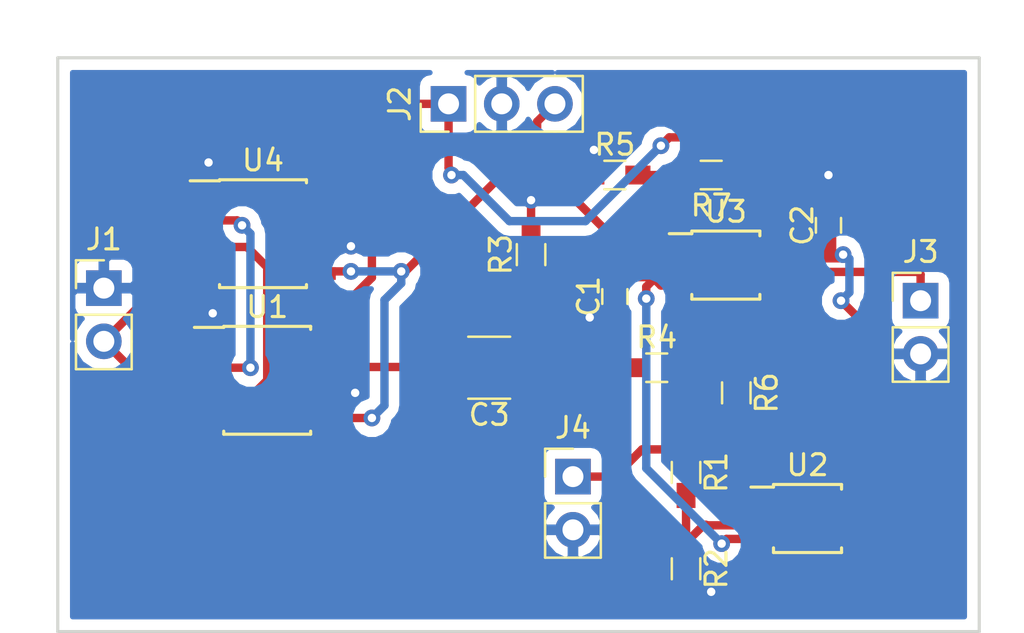
<source format=kicad_pcb>
(kicad_pcb (version 20170123) (host pcbnew "(2017-06-17 revision fa66a5a)-master")

  (general
    (links 40)
    (no_connects 0)
    (area 85.091667 71.091666 134.308334 101.475001)
    (thickness 1.6)
    (drawings 4)
    (tracks 162)
    (zones 0)
    (modules 18)
    (nets 16)
  )

  (page A4)
  (layers
    (0 F.Cu signal)
    (31 B.Cu signal)
    (32 B.Adhes user)
    (33 F.Adhes user)
    (34 B.Paste user)
    (35 F.Paste user)
    (36 B.SilkS user)
    (37 F.SilkS user)
    (38 B.Mask user)
    (39 F.Mask user)
    (40 Dwgs.User user)
    (41 Cmts.User user)
    (42 Eco1.User user)
    (43 Eco2.User user)
    (44 Edge.Cuts user)
    (45 Margin user)
    (46 B.CrtYd user)
    (47 F.CrtYd user)
    (48 B.Fab user)
    (49 F.Fab user)
  )

  (setup
    (last_trace_width 0.4)
    (trace_clearance 0.2)
    (zone_clearance 0.508)
    (zone_45_only no)
    (trace_min 0.2)
    (segment_width 0.2)
    (edge_width 0.15)
    (via_size 0.8)
    (via_drill 0.4)
    (via_min_size 0.4)
    (via_min_drill 0.3)
    (uvia_size 0.3)
    (uvia_drill 0.1)
    (uvias_allowed no)
    (uvia_min_size 0.2)
    (uvia_min_drill 0.1)
    (pcb_text_width 0.3)
    (pcb_text_size 1.5 1.5)
    (mod_edge_width 0.15)
    (mod_text_size 1 1)
    (mod_text_width 0.15)
    (pad_size 1.524 1.524)
    (pad_drill 0.762)
    (pad_to_mask_clearance 0.2)
    (aux_axis_origin 0 0)
    (visible_elements FFFFFF7F)
    (pcbplotparams
      (layerselection 0x010f0_ffffffff)
      (usegerberextensions false)
      (excludeedgelayer true)
      (linewidth 0.100000)
      (plotframeref false)
      (viasonmask false)
      (mode 1)
      (useauxorigin false)
      (hpglpennumber 1)
      (hpglpenspeed 20)
      (hpglpendiameter 15)
      (psnegative false)
      (psa4output false)
      (plotreference true)
      (plotvalue true)
      (plotinvisibletext false)
      (padsonsilk false)
      (subtractmaskfromsilk false)
      (outputformat 1)
      (mirror false)
      (drillshape 0)
      (scaleselection 1)
      (outputdirectory gerbers/))
  )

  (net 0 "")
  (net 1 GND)
  (net 2 "Net-(J3-Pad1)")
  (net 3 VEE)
  (net 4 VDD)
  (net 5 "Net-(C3-Pad1)")
  (net 6 /IN+)
  (net 7 /VRef)
  (net 8 "Net-(R1-Pad2)")
  (net 9 "Net-(R4-Pad2)")
  (net 10 "Net-(R5-Pad2)")
  (net 11 "Net-(C3-Pad2)")
  (net 12 /Filt-)
  (net 13 /Filt+)
  (net 14 "Net-(U4-Pad7)")
  (net 15 +3V3)

  (net_class Default "This is the default net class."
    (clearance 0.2)
    (trace_width 0.4)
    (via_dia 0.8)
    (via_drill 0.4)
    (uvia_dia 0.3)
    (uvia_drill 0.1)
    (add_net +3V3)
    (add_net /Filt+)
    (add_net /Filt-)
    (add_net /IN+)
    (add_net /VRef)
    (add_net GND)
    (add_net "Net-(C3-Pad1)")
    (add_net "Net-(C3-Pad2)")
    (add_net "Net-(J3-Pad1)")
    (add_net "Net-(R1-Pad2)")
    (add_net "Net-(R4-Pad2)")
    (add_net "Net-(R5-Pad2)")
    (add_net "Net-(U4-Pad7)")
    (add_net VDD)
    (add_net VEE)
  )

  (module Pin_Headers:Pin_Header_Straight_1x02_Pitch2.54mm (layer F.Cu) (tedit 59650532) (tstamp 5A82C452)
    (at 112.6 94)
    (descr "Through hole straight pin header, 1x02, 2.54mm pitch, single row")
    (tags "Through hole pin header THT 1x02 2.54mm single row")
    (path /5A81B8BA)
    (fp_text reference J4 (at 0 -2.33) (layer F.SilkS)
      (effects (font (size 1 1) (thickness 0.15)))
    )
    (fp_text value CONN_01X02 (at 0 4.87) (layer F.Fab)
      (effects (font (size 1 1) (thickness 0.15)))
    )
    (fp_text user %R (at 0 1.27 90) (layer F.Fab)
      (effects (font (size 1 1) (thickness 0.15)))
    )
    (fp_line (start 1.8 -1.8) (end -1.8 -1.8) (layer F.CrtYd) (width 0.05))
    (fp_line (start 1.8 4.35) (end 1.8 -1.8) (layer F.CrtYd) (width 0.05))
    (fp_line (start -1.8 4.35) (end 1.8 4.35) (layer F.CrtYd) (width 0.05))
    (fp_line (start -1.8 -1.8) (end -1.8 4.35) (layer F.CrtYd) (width 0.05))
    (fp_line (start -1.33 -1.33) (end 0 -1.33) (layer F.SilkS) (width 0.12))
    (fp_line (start -1.33 0) (end -1.33 -1.33) (layer F.SilkS) (width 0.12))
    (fp_line (start -1.33 1.27) (end 1.33 1.27) (layer F.SilkS) (width 0.12))
    (fp_line (start 1.33 1.27) (end 1.33 3.87) (layer F.SilkS) (width 0.12))
    (fp_line (start -1.33 1.27) (end -1.33 3.87) (layer F.SilkS) (width 0.12))
    (fp_line (start -1.33 3.87) (end 1.33 3.87) (layer F.SilkS) (width 0.12))
    (fp_line (start -1.27 -0.635) (end -0.635 -1.27) (layer F.Fab) (width 0.1))
    (fp_line (start -1.27 3.81) (end -1.27 -0.635) (layer F.Fab) (width 0.1))
    (fp_line (start 1.27 3.81) (end -1.27 3.81) (layer F.Fab) (width 0.1))
    (fp_line (start 1.27 -1.27) (end 1.27 3.81) (layer F.Fab) (width 0.1))
    (fp_line (start -0.635 -1.27) (end 1.27 -1.27) (layer F.Fab) (width 0.1))
    (pad 2 thru_hole oval (at 0 2.54) (size 1.7 1.7) (drill 1) (layers *.Cu *.Mask)
      (net 1 GND))
    (pad 1 thru_hole rect (at 0 0) (size 1.7 1.7) (drill 1) (layers *.Cu *.Mask)
      (net 15 +3V3))
    (model ${KISYS3DMOD}/Pin_Headers.3dshapes/Pin_Header_Straight_1x02_Pitch2.54mm.wrl
      (at (xyz 0 0 0))
      (scale (xyz 1 1 1))
      (rotate (xyz 0 0 0))
    )
  )

  (module Pin_Headers:Pin_Header_Straight_1x03_Pitch2.54mm (layer F.Cu) (tedit 59650532) (tstamp 5A82C3A7)
    (at 106.66 76.2 90)
    (descr "Through hole straight pin header, 1x03, 2.54mm pitch, single row")
    (tags "Through hole pin header THT 1x03 2.54mm single row")
    (path /5A81B72B)
    (fp_text reference J2 (at 0 -2.33 90) (layer F.SilkS)
      (effects (font (size 1 1) (thickness 0.15)))
    )
    (fp_text value CONN_01X03 (at 0 7.41 90) (layer F.Fab)
      (effects (font (size 1 1) (thickness 0.15)))
    )
    (fp_text user %R (at 0 2.54 180) (layer F.Fab)
      (effects (font (size 1 1) (thickness 0.15)))
    )
    (fp_line (start 1.8 -1.8) (end -1.8 -1.8) (layer F.CrtYd) (width 0.05))
    (fp_line (start 1.8 6.85) (end 1.8 -1.8) (layer F.CrtYd) (width 0.05))
    (fp_line (start -1.8 6.85) (end 1.8 6.85) (layer F.CrtYd) (width 0.05))
    (fp_line (start -1.8 -1.8) (end -1.8 6.85) (layer F.CrtYd) (width 0.05))
    (fp_line (start -1.33 -1.33) (end 0 -1.33) (layer F.SilkS) (width 0.12))
    (fp_line (start -1.33 0) (end -1.33 -1.33) (layer F.SilkS) (width 0.12))
    (fp_line (start -1.33 1.27) (end 1.33 1.27) (layer F.SilkS) (width 0.12))
    (fp_line (start 1.33 1.27) (end 1.33 6.41) (layer F.SilkS) (width 0.12))
    (fp_line (start -1.33 1.27) (end -1.33 6.41) (layer F.SilkS) (width 0.12))
    (fp_line (start -1.33 6.41) (end 1.33 6.41) (layer F.SilkS) (width 0.12))
    (fp_line (start -1.27 -0.635) (end -0.635 -1.27) (layer F.Fab) (width 0.1))
    (fp_line (start -1.27 6.35) (end -1.27 -0.635) (layer F.Fab) (width 0.1))
    (fp_line (start 1.27 6.35) (end -1.27 6.35) (layer F.Fab) (width 0.1))
    (fp_line (start 1.27 -1.27) (end 1.27 6.35) (layer F.Fab) (width 0.1))
    (fp_line (start -0.635 -1.27) (end 1.27 -1.27) (layer F.Fab) (width 0.1))
    (pad 3 thru_hole oval (at 0 5.08 90) (size 1.7 1.7) (drill 1) (layers *.Cu *.Mask)
      (net 3 VEE))
    (pad 2 thru_hole oval (at 0 2.54 90) (size 1.7 1.7) (drill 1) (layers *.Cu *.Mask)
      (net 1 GND))
    (pad 1 thru_hole rect (at 0 0 90) (size 1.7 1.7) (drill 1) (layers *.Cu *.Mask)
      (net 4 VDD))
    (model ${KISYS3DMOD}/Pin_Headers.3dshapes/Pin_Header_Straight_1x03_Pitch2.54mm.wrl
      (at (xyz 0 0 0))
      (scale (xyz 1 1 1))
      (rotate (xyz 0 0 0))
    )
  )

  (module Resistors_SMD:R_0603_HandSoldering (layer F.Cu) (tedit 58E0A804) (tstamp 5A8237AA)
    (at 119.2 79.6 180)
    (descr "Resistor SMD 0603, hand soldering")
    (tags "resistor 0603")
    (path /5A6F39FC)
    (attr smd)
    (fp_text reference R7 (at 0 -1.45 180) (layer F.SilkS)
      (effects (font (size 1 1) (thickness 0.15)))
    )
    (fp_text value 33k (at 0 1.55 180) (layer F.Fab)
      (effects (font (size 1 1) (thickness 0.15)))
    )
    (fp_line (start 1.95 0.7) (end -1.96 0.7) (layer F.CrtYd) (width 0.05))
    (fp_line (start 1.95 0.7) (end 1.95 -0.7) (layer F.CrtYd) (width 0.05))
    (fp_line (start -1.96 -0.7) (end -1.96 0.7) (layer F.CrtYd) (width 0.05))
    (fp_line (start -1.96 -0.7) (end 1.95 -0.7) (layer F.CrtYd) (width 0.05))
    (fp_line (start -0.5 -0.68) (end 0.5 -0.68) (layer F.SilkS) (width 0.12))
    (fp_line (start 0.5 0.68) (end -0.5 0.68) (layer F.SilkS) (width 0.12))
    (fp_line (start -0.8 -0.4) (end 0.8 -0.4) (layer F.Fab) (width 0.1))
    (fp_line (start 0.8 -0.4) (end 0.8 0.4) (layer F.Fab) (width 0.1))
    (fp_line (start 0.8 0.4) (end -0.8 0.4) (layer F.Fab) (width 0.1))
    (fp_line (start -0.8 0.4) (end -0.8 -0.4) (layer F.Fab) (width 0.1))
    (fp_text user %R (at 0 0 180) (layer F.Fab)
      (effects (font (size 0.4 0.4) (thickness 0.075)))
    )
    (pad 2 smd rect (at 1.1 0 180) (size 1.2 0.9) (layers F.Cu F.Paste F.Mask)
      (net 10 "Net-(R5-Pad2)"))
    (pad 1 smd rect (at -1.1 0 180) (size 1.2 0.9) (layers F.Cu F.Paste F.Mask)
      (net 2 "Net-(J3-Pad1)"))
    (model ${KISYS3DMOD}/Resistors_SMD.3dshapes/R_0603.wrl
      (at (xyz 0 0 0))
      (scale (xyz 1 1 1))
      (rotate (xyz 0 0 0))
    )
  )

  (module Resistors_SMD:R_0603_HandSoldering (layer F.Cu) (tedit 58E0A804) (tstamp 5A82377A)
    (at 120.4 90 270)
    (descr "Resistor SMD 0603, hand soldering")
    (tags "resistor 0603")
    (path /5A6F39AA)
    (attr smd)
    (fp_text reference R6 (at 0 -1.45 270) (layer F.SilkS)
      (effects (font (size 1 1) (thickness 0.15)))
    )
    (fp_text value 33k (at 0 1.55 270) (layer F.Fab)
      (effects (font (size 1 1) (thickness 0.15)))
    )
    (fp_text user %R (at 0 0 270) (layer F.Fab)
      (effects (font (size 0.4 0.4) (thickness 0.075)))
    )
    (fp_line (start -0.8 0.4) (end -0.8 -0.4) (layer F.Fab) (width 0.1))
    (fp_line (start 0.8 0.4) (end -0.8 0.4) (layer F.Fab) (width 0.1))
    (fp_line (start 0.8 -0.4) (end 0.8 0.4) (layer F.Fab) (width 0.1))
    (fp_line (start -0.8 -0.4) (end 0.8 -0.4) (layer F.Fab) (width 0.1))
    (fp_line (start 0.5 0.68) (end -0.5 0.68) (layer F.SilkS) (width 0.12))
    (fp_line (start -0.5 -0.68) (end 0.5 -0.68) (layer F.SilkS) (width 0.12))
    (fp_line (start -1.96 -0.7) (end 1.95 -0.7) (layer F.CrtYd) (width 0.05))
    (fp_line (start -1.96 -0.7) (end -1.96 0.7) (layer F.CrtYd) (width 0.05))
    (fp_line (start 1.95 0.7) (end 1.95 -0.7) (layer F.CrtYd) (width 0.05))
    (fp_line (start 1.95 0.7) (end -1.96 0.7) (layer F.CrtYd) (width 0.05))
    (pad 1 smd rect (at -1.1 0 270) (size 1.2 0.9) (layers F.Cu F.Paste F.Mask)
      (net 9 "Net-(R4-Pad2)"))
    (pad 2 smd rect (at 1.1 0 270) (size 1.2 0.9) (layers F.Cu F.Paste F.Mask)
      (net 7 /VRef))
    (model ${KISYS3DMOD}/Resistors_SMD.3dshapes/R_0603.wrl
      (at (xyz 0 0 0))
      (scale (xyz 1 1 1))
      (rotate (xyz 0 0 0))
    )
  )

  (module Resistors_SMD:R_0603_HandSoldering (layer F.Cu) (tedit 58E0A804) (tstamp 5A82374A)
    (at 114.6 79.6)
    (descr "Resistor SMD 0603, hand soldering")
    (tags "resistor 0603")
    (path /5A6F3A3E)
    (attr smd)
    (fp_text reference R5 (at 0 -1.45) (layer F.SilkS)
      (effects (font (size 1 1) (thickness 0.15)))
    )
    (fp_text value 100 (at 0 1.55) (layer F.Fab)
      (effects (font (size 1 1) (thickness 0.15)))
    )
    (fp_line (start 1.95 0.7) (end -1.96 0.7) (layer F.CrtYd) (width 0.05))
    (fp_line (start 1.95 0.7) (end 1.95 -0.7) (layer F.CrtYd) (width 0.05))
    (fp_line (start -1.96 -0.7) (end -1.96 0.7) (layer F.CrtYd) (width 0.05))
    (fp_line (start -1.96 -0.7) (end 1.95 -0.7) (layer F.CrtYd) (width 0.05))
    (fp_line (start -0.5 -0.68) (end 0.5 -0.68) (layer F.SilkS) (width 0.12))
    (fp_line (start 0.5 0.68) (end -0.5 0.68) (layer F.SilkS) (width 0.12))
    (fp_line (start -0.8 -0.4) (end 0.8 -0.4) (layer F.Fab) (width 0.1))
    (fp_line (start 0.8 -0.4) (end 0.8 0.4) (layer F.Fab) (width 0.1))
    (fp_line (start 0.8 0.4) (end -0.8 0.4) (layer F.Fab) (width 0.1))
    (fp_line (start -0.8 0.4) (end -0.8 -0.4) (layer F.Fab) (width 0.1))
    (fp_text user %R (at 0 0) (layer F.Fab)
      (effects (font (size 0.4 0.4) (thickness 0.075)))
    )
    (pad 2 smd rect (at 1.1 0) (size 1.2 0.9) (layers F.Cu F.Paste F.Mask)
      (net 10 "Net-(R5-Pad2)"))
    (pad 1 smd rect (at -1.1 0) (size 1.2 0.9) (layers F.Cu F.Paste F.Mask)
      (net 1 GND))
    (model ${KISYS3DMOD}/Resistors_SMD.3dshapes/R_0603.wrl
      (at (xyz 0 0 0))
      (scale (xyz 1 1 1))
      (rotate (xyz 0 0 0))
    )
  )

  (module Resistors_SMD:R_0603_HandSoldering (layer F.Cu) (tedit 58E0A804) (tstamp 5A82371A)
    (at 116.6 88.8)
    (descr "Resistor SMD 0603, hand soldering")
    (tags "resistor 0603")
    (path /5A6F3931)
    (attr smd)
    (fp_text reference R4 (at 0 -1.45) (layer F.SilkS)
      (effects (font (size 1 1) (thickness 0.15)))
    )
    (fp_text value 100 (at 0 1.55) (layer F.Fab)
      (effects (font (size 1 1) (thickness 0.15)))
    )
    (fp_text user %R (at 0 0) (layer F.Fab)
      (effects (font (size 0.4 0.4) (thickness 0.075)))
    )
    (fp_line (start -0.8 0.4) (end -0.8 -0.4) (layer F.Fab) (width 0.1))
    (fp_line (start 0.8 0.4) (end -0.8 0.4) (layer F.Fab) (width 0.1))
    (fp_line (start 0.8 -0.4) (end 0.8 0.4) (layer F.Fab) (width 0.1))
    (fp_line (start -0.8 -0.4) (end 0.8 -0.4) (layer F.Fab) (width 0.1))
    (fp_line (start 0.5 0.68) (end -0.5 0.68) (layer F.SilkS) (width 0.12))
    (fp_line (start -0.5 -0.68) (end 0.5 -0.68) (layer F.SilkS) (width 0.12))
    (fp_line (start -1.96 -0.7) (end 1.95 -0.7) (layer F.CrtYd) (width 0.05))
    (fp_line (start -1.96 -0.7) (end -1.96 0.7) (layer F.CrtYd) (width 0.05))
    (fp_line (start 1.95 0.7) (end 1.95 -0.7) (layer F.CrtYd) (width 0.05))
    (fp_line (start 1.95 0.7) (end -1.96 0.7) (layer F.CrtYd) (width 0.05))
    (pad 1 smd rect (at -1.1 0) (size 1.2 0.9) (layers F.Cu F.Paste F.Mask)
      (net 5 "Net-(C3-Pad1)"))
    (pad 2 smd rect (at 1.1 0) (size 1.2 0.9) (layers F.Cu F.Paste F.Mask)
      (net 9 "Net-(R4-Pad2)"))
    (model ${KISYS3DMOD}/Resistors_SMD.3dshapes/R_0603.wrl
      (at (xyz 0 0 0))
      (scale (xyz 1 1 1))
      (rotate (xyz 0 0 0))
    )
  )

  (module Resistors_SMD:R_0603_HandSoldering (layer F.Cu) (tedit 58E0A804) (tstamp 5A8236EA)
    (at 110.6 83.4 90)
    (descr "Resistor SMD 0603, hand soldering")
    (tags "resistor 0603")
    (path /5A68E906)
    (attr smd)
    (fp_text reference R3 (at 0 -1.45 90) (layer F.SilkS)
      (effects (font (size 1 1) (thickness 0.15)))
    )
    (fp_text value 15k (at 0 1.55 90) (layer F.Fab)
      (effects (font (size 1 1) (thickness 0.15)))
    )
    (fp_line (start 1.95 0.7) (end -1.96 0.7) (layer F.CrtYd) (width 0.05))
    (fp_line (start 1.95 0.7) (end 1.95 -0.7) (layer F.CrtYd) (width 0.05))
    (fp_line (start -1.96 -0.7) (end -1.96 0.7) (layer F.CrtYd) (width 0.05))
    (fp_line (start -1.96 -0.7) (end 1.95 -0.7) (layer F.CrtYd) (width 0.05))
    (fp_line (start -0.5 -0.68) (end 0.5 -0.68) (layer F.SilkS) (width 0.12))
    (fp_line (start 0.5 0.68) (end -0.5 0.68) (layer F.SilkS) (width 0.12))
    (fp_line (start -0.8 -0.4) (end 0.8 -0.4) (layer F.Fab) (width 0.1))
    (fp_line (start 0.8 -0.4) (end 0.8 0.4) (layer F.Fab) (width 0.1))
    (fp_line (start 0.8 0.4) (end -0.8 0.4) (layer F.Fab) (width 0.1))
    (fp_line (start -0.8 0.4) (end -0.8 -0.4) (layer F.Fab) (width 0.1))
    (fp_text user %R (at 0 0 90) (layer F.Fab)
      (effects (font (size 0.4 0.4) (thickness 0.075)))
    )
    (pad 2 smd rect (at 1.1 0 90) (size 1.2 0.9) (layers F.Cu F.Paste F.Mask)
      (net 1 GND))
    (pad 1 smd rect (at -1.1 0 90) (size 1.2 0.9) (layers F.Cu F.Paste F.Mask)
      (net 5 "Net-(C3-Pad1)"))
    (model ${KISYS3DMOD}/Resistors_SMD.3dshapes/R_0603.wrl
      (at (xyz 0 0 0))
      (scale (xyz 1 1 1))
      (rotate (xyz 0 0 0))
    )
  )

  (module Resistors_SMD:R_0603_HandSoldering (layer F.Cu) (tedit 58E0A804) (tstamp 5A8236BA)
    (at 118 98.4 270)
    (descr "Resistor SMD 0603, hand soldering")
    (tags "resistor 0603")
    (path /5A6F40D6)
    (attr smd)
    (fp_text reference R2 (at 0 -1.45 270) (layer F.SilkS)
      (effects (font (size 1 1) (thickness 0.15)))
    )
    (fp_text value 1k (at 0 1.55 270) (layer F.Fab)
      (effects (font (size 1 1) (thickness 0.15)))
    )
    (fp_text user %R (at 0 0 270) (layer F.Fab)
      (effects (font (size 0.4 0.4) (thickness 0.075)))
    )
    (fp_line (start -0.8 0.4) (end -0.8 -0.4) (layer F.Fab) (width 0.1))
    (fp_line (start 0.8 0.4) (end -0.8 0.4) (layer F.Fab) (width 0.1))
    (fp_line (start 0.8 -0.4) (end 0.8 0.4) (layer F.Fab) (width 0.1))
    (fp_line (start -0.8 -0.4) (end 0.8 -0.4) (layer F.Fab) (width 0.1))
    (fp_line (start 0.5 0.68) (end -0.5 0.68) (layer F.SilkS) (width 0.12))
    (fp_line (start -0.5 -0.68) (end 0.5 -0.68) (layer F.SilkS) (width 0.12))
    (fp_line (start -1.96 -0.7) (end 1.95 -0.7) (layer F.CrtYd) (width 0.05))
    (fp_line (start -1.96 -0.7) (end -1.96 0.7) (layer F.CrtYd) (width 0.05))
    (fp_line (start 1.95 0.7) (end 1.95 -0.7) (layer F.CrtYd) (width 0.05))
    (fp_line (start 1.95 0.7) (end -1.96 0.7) (layer F.CrtYd) (width 0.05))
    (pad 1 smd rect (at -1.1 0 270) (size 1.2 0.9) (layers F.Cu F.Paste F.Mask)
      (net 8 "Net-(R1-Pad2)"))
    (pad 2 smd rect (at 1.1 0 270) (size 1.2 0.9) (layers F.Cu F.Paste F.Mask)
      (net 1 GND))
    (model ${KISYS3DMOD}/Resistors_SMD.3dshapes/R_0603.wrl
      (at (xyz 0 0 0))
      (scale (xyz 1 1 1))
      (rotate (xyz 0 0 0))
    )
  )

  (module Resistors_SMD:R_0603_HandSoldering (layer F.Cu) (tedit 58E0A804) (tstamp 5A82368A)
    (at 118 93.8 270)
    (descr "Resistor SMD 0603, hand soldering")
    (tags "resistor 0603")
    (path /5A6F407E)
    (attr smd)
    (fp_text reference R1 (at 0 -1.45 270) (layer F.SilkS)
      (effects (font (size 1 1) (thickness 0.15)))
    )
    (fp_text value 1k (at 0 1.55 270) (layer F.Fab)
      (effects (font (size 1 1) (thickness 0.15)))
    )
    (fp_line (start 1.95 0.7) (end -1.96 0.7) (layer F.CrtYd) (width 0.05))
    (fp_line (start 1.95 0.7) (end 1.95 -0.7) (layer F.CrtYd) (width 0.05))
    (fp_line (start -1.96 -0.7) (end -1.96 0.7) (layer F.CrtYd) (width 0.05))
    (fp_line (start -1.96 -0.7) (end 1.95 -0.7) (layer F.CrtYd) (width 0.05))
    (fp_line (start -0.5 -0.68) (end 0.5 -0.68) (layer F.SilkS) (width 0.12))
    (fp_line (start 0.5 0.68) (end -0.5 0.68) (layer F.SilkS) (width 0.12))
    (fp_line (start -0.8 -0.4) (end 0.8 -0.4) (layer F.Fab) (width 0.1))
    (fp_line (start 0.8 -0.4) (end 0.8 0.4) (layer F.Fab) (width 0.1))
    (fp_line (start 0.8 0.4) (end -0.8 0.4) (layer F.Fab) (width 0.1))
    (fp_line (start -0.8 0.4) (end -0.8 -0.4) (layer F.Fab) (width 0.1))
    (fp_text user %R (at 0 0 270) (layer F.Fab)
      (effects (font (size 0.4 0.4) (thickness 0.075)))
    )
    (pad 2 smd rect (at 1.1 0 270) (size 1.2 0.9) (layers F.Cu F.Paste F.Mask)
      (net 8 "Net-(R1-Pad2)"))
    (pad 1 smd rect (at -1.1 0 270) (size 1.2 0.9) (layers F.Cu F.Paste F.Mask)
      (net 15 +3V3))
    (model ${KISYS3DMOD}/Resistors_SMD.3dshapes/R_0603.wrl
      (at (xyz 0 0 0))
      (scale (xyz 1 1 1))
      (rotate (xyz 0 0 0))
    )
  )

  (module Capacitors_SMD:C_0603_HandSoldering (layer F.Cu) (tedit 58AA848B) (tstamp 5A81EF59)
    (at 124.8 82 90)
    (descr "Capacitor SMD 0603, hand soldering")
    (tags "capacitor 0603")
    (path /5A68F0C9)
    (attr smd)
    (fp_text reference C2 (at 0 -1.25 90) (layer F.SilkS)
      (effects (font (size 1 1) (thickness 0.15)))
    )
    (fp_text value 100n (at 0 1.5 90) (layer F.Fab)
      (effects (font (size 1 1) (thickness 0.15)))
    )
    (fp_text user %R (at 0 -1.25 90) (layer F.Fab)
      (effects (font (size 1 1) (thickness 0.15)))
    )
    (fp_line (start -0.8 0.4) (end -0.8 -0.4) (layer F.Fab) (width 0.1))
    (fp_line (start 0.8 0.4) (end -0.8 0.4) (layer F.Fab) (width 0.1))
    (fp_line (start 0.8 -0.4) (end 0.8 0.4) (layer F.Fab) (width 0.1))
    (fp_line (start -0.8 -0.4) (end 0.8 -0.4) (layer F.Fab) (width 0.1))
    (fp_line (start -0.35 -0.6) (end 0.35 -0.6) (layer F.SilkS) (width 0.12))
    (fp_line (start 0.35 0.6) (end -0.35 0.6) (layer F.SilkS) (width 0.12))
    (fp_line (start -1.8 -0.65) (end 1.8 -0.65) (layer F.CrtYd) (width 0.05))
    (fp_line (start -1.8 -0.65) (end -1.8 0.65) (layer F.CrtYd) (width 0.05))
    (fp_line (start 1.8 0.65) (end 1.8 -0.65) (layer F.CrtYd) (width 0.05))
    (fp_line (start 1.8 0.65) (end -1.8 0.65) (layer F.CrtYd) (width 0.05))
    (pad 1 smd rect (at -0.95 0 90) (size 1.2 0.75) (layers F.Cu F.Paste F.Mask)
      (net 4 VDD))
    (pad 2 smd rect (at 0.95 0 90) (size 1.2 0.75) (layers F.Cu F.Paste F.Mask)
      (net 1 GND))
    (model Capacitors_SMD.3dshapes/C_0603.wrl
      (at (xyz 0 0 0))
      (scale (xyz 1 1 1))
      (rotate (xyz 0 0 0))
    )
  )

  (module Capacitors_SMD:C_0603_HandSoldering (layer F.Cu) (tedit 58AA848B) (tstamp 5A81EF28)
    (at 114.6 85.4 90)
    (descr "Capacitor SMD 0603, hand soldering")
    (tags "capacitor 0603")
    (path /5A68F172)
    (attr smd)
    (fp_text reference C1 (at 0 -1.25 90) (layer F.SilkS)
      (effects (font (size 1 1) (thickness 0.15)))
    )
    (fp_text value 100n (at 0 1.5 90) (layer F.Fab)
      (effects (font (size 1 1) (thickness 0.15)))
    )
    (fp_line (start 1.8 0.65) (end -1.8 0.65) (layer F.CrtYd) (width 0.05))
    (fp_line (start 1.8 0.65) (end 1.8 -0.65) (layer F.CrtYd) (width 0.05))
    (fp_line (start -1.8 -0.65) (end -1.8 0.65) (layer F.CrtYd) (width 0.05))
    (fp_line (start -1.8 -0.65) (end 1.8 -0.65) (layer F.CrtYd) (width 0.05))
    (fp_line (start 0.35 0.6) (end -0.35 0.6) (layer F.SilkS) (width 0.12))
    (fp_line (start -0.35 -0.6) (end 0.35 -0.6) (layer F.SilkS) (width 0.12))
    (fp_line (start -0.8 -0.4) (end 0.8 -0.4) (layer F.Fab) (width 0.1))
    (fp_line (start 0.8 -0.4) (end 0.8 0.4) (layer F.Fab) (width 0.1))
    (fp_line (start 0.8 0.4) (end -0.8 0.4) (layer F.Fab) (width 0.1))
    (fp_line (start -0.8 0.4) (end -0.8 -0.4) (layer F.Fab) (width 0.1))
    (fp_text user %R (at 0 -1.25 90) (layer F.Fab)
      (effects (font (size 1 1) (thickness 0.15)))
    )
    (pad 2 smd rect (at 0.95 0 90) (size 1.2 0.75) (layers F.Cu F.Paste F.Mask)
      (net 3 VEE))
    (pad 1 smd rect (at -0.95 0 90) (size 1.2 0.75) (layers F.Cu F.Paste F.Mask)
      (net 1 GND))
    (model Capacitors_SMD.3dshapes/C_0603.wrl
      (at (xyz 0 0 0))
      (scale (xyz 1 1 1))
      (rotate (xyz 0 0 0))
    )
  )

  (module Capacitors_SMD:C_1210_HandSoldering (layer F.Cu) (tedit 58AA84FB) (tstamp 5A81EEF7)
    (at 108.6 88.8 180)
    (descr "Capacitor SMD 1210, hand soldering")
    (tags "capacitor 1210")
    (path /5A68E833)
    (attr smd)
    (fp_text reference C3 (at 0 -2.25 180) (layer F.SilkS)
      (effects (font (size 1 1) (thickness 0.15)))
    )
    (fp_text value 100u (at 0 2.5 180) (layer F.Fab)
      (effects (font (size 1 1) (thickness 0.15)))
    )
    (fp_line (start 3.25 1.5) (end -3.25 1.5) (layer F.CrtYd) (width 0.05))
    (fp_line (start 3.25 1.5) (end 3.25 -1.5) (layer F.CrtYd) (width 0.05))
    (fp_line (start -3.25 -1.5) (end -3.25 1.5) (layer F.CrtYd) (width 0.05))
    (fp_line (start -3.25 -1.5) (end 3.25 -1.5) (layer F.CrtYd) (width 0.05))
    (fp_line (start -1 1.48) (end 1 1.48) (layer F.SilkS) (width 0.12))
    (fp_line (start 1 -1.48) (end -1 -1.48) (layer F.SilkS) (width 0.12))
    (fp_line (start -1.6 -1.25) (end 1.6 -1.25) (layer F.Fab) (width 0.1))
    (fp_line (start 1.6 -1.25) (end 1.6 1.25) (layer F.Fab) (width 0.1))
    (fp_line (start 1.6 1.25) (end -1.6 1.25) (layer F.Fab) (width 0.1))
    (fp_line (start -1.6 1.25) (end -1.6 -1.25) (layer F.Fab) (width 0.1))
    (fp_text user %R (at 0 -2.25 180) (layer F.Fab)
      (effects (font (size 1 1) (thickness 0.15)))
    )
    (pad 2 smd rect (at 2 0 180) (size 2 2.5) (layers F.Cu F.Paste F.Mask)
      (net 11 "Net-(C3-Pad2)"))
    (pad 1 smd rect (at -2 0 180) (size 2 2.5) (layers F.Cu F.Paste F.Mask)
      (net 5 "Net-(C3-Pad1)"))
    (model Capacitors_SMD.3dshapes/C_1210.wrl
      (at (xyz 0 0 0))
      (scale (xyz 1 1 1))
      (rotate (xyz 0 0 0))
    )
  )

  (module Housings_SOIC:SOIC-8_3.9x4.9mm_Pitch1.27mm (layer F.Cu) (tedit 58CD0CDA) (tstamp 5A81EEAE)
    (at 97.8 82.4)
    (descr "8-Lead Plastic Small Outline (SN) - Narrow, 3.90 mm Body [SOIC] (see Microchip Packaging Specification 00000049BS.pdf)")
    (tags "SOIC 1.27")
    (path /5A81A1A2)
    (attr smd)
    (fp_text reference U4 (at 0 -3.5) (layer F.SilkS)
      (effects (font (size 1 1) (thickness 0.15)))
    )
    (fp_text value AD8428 (at 0 3.5) (layer F.Fab)
      (effects (font (size 1 1) (thickness 0.15)))
    )
    (fp_text user %R (at 0 0) (layer F.Fab)
      (effects (font (size 1 1) (thickness 0.15)))
    )
    (fp_line (start -0.95 -2.45) (end 1.95 -2.45) (layer F.Fab) (width 0.1))
    (fp_line (start 1.95 -2.45) (end 1.95 2.45) (layer F.Fab) (width 0.1))
    (fp_line (start 1.95 2.45) (end -1.95 2.45) (layer F.Fab) (width 0.1))
    (fp_line (start -1.95 2.45) (end -1.95 -1.45) (layer F.Fab) (width 0.1))
    (fp_line (start -1.95 -1.45) (end -0.95 -2.45) (layer F.Fab) (width 0.1))
    (fp_line (start -3.73 -2.7) (end -3.73 2.7) (layer F.CrtYd) (width 0.05))
    (fp_line (start 3.73 -2.7) (end 3.73 2.7) (layer F.CrtYd) (width 0.05))
    (fp_line (start -3.73 -2.7) (end 3.73 -2.7) (layer F.CrtYd) (width 0.05))
    (fp_line (start -3.73 2.7) (end 3.73 2.7) (layer F.CrtYd) (width 0.05))
    (fp_line (start -2.075 -2.575) (end -2.075 -2.525) (layer F.SilkS) (width 0.15))
    (fp_line (start 2.075 -2.575) (end 2.075 -2.43) (layer F.SilkS) (width 0.15))
    (fp_line (start 2.075 2.575) (end 2.075 2.43) (layer F.SilkS) (width 0.15))
    (fp_line (start -2.075 2.575) (end -2.075 2.43) (layer F.SilkS) (width 0.15))
    (fp_line (start -2.075 -2.575) (end 2.075 -2.575) (layer F.SilkS) (width 0.15))
    (fp_line (start -2.075 2.575) (end 2.075 2.575) (layer F.SilkS) (width 0.15))
    (fp_line (start -2.075 -2.525) (end -3.475 -2.525) (layer F.SilkS) (width 0.15))
    (pad 1 smd rect (at -2.7 -1.905) (size 1.55 0.6) (layers F.Cu F.Paste F.Mask)
      (net 1 GND))
    (pad 2 smd rect (at -2.7 -0.635) (size 1.55 0.6) (layers F.Cu F.Paste F.Mask)
      (net 13 /Filt+))
    (pad 3 smd rect (at -2.7 0.635) (size 1.55 0.6) (layers F.Cu F.Paste F.Mask)
      (net 12 /Filt-))
    (pad 4 smd rect (at -2.7 1.905) (size 1.55 0.6) (layers F.Cu F.Paste F.Mask)
      (net 6 /IN+))
    (pad 5 smd rect (at 2.7 1.905) (size 1.55 0.6) (layers F.Cu F.Paste F.Mask)
      (net 3 VEE))
    (pad 6 smd rect (at 2.7 0.635) (size 1.55 0.6) (layers F.Cu F.Paste F.Mask)
      (net 1 GND))
    (pad 7 smd rect (at 2.7 -0.635) (size 1.55 0.6) (layers F.Cu F.Paste F.Mask)
      (net 14 "Net-(U4-Pad7)"))
    (pad 8 smd rect (at 2.7 -1.905) (size 1.55 0.6) (layers F.Cu F.Paste F.Mask)
      (net 4 VDD))
    (model ${KISYS3DMOD}/Housings_SOIC.3dshapes/SOIC-8_3.9x4.9mm_Pitch1.27mm.wrl
      (at (xyz 0 0 0))
      (scale (xyz 1 1 1))
      (rotate (xyz 0 0 0))
    )
  )

  (module Housings_SOIC:SOIC-8_3.9x4.9mm_Pitch1.27mm (layer F.Cu) (tedit 58CD0CDA) (tstamp 5A81EE59)
    (at 98 89.4)
    (descr "8-Lead Plastic Small Outline (SN) - Narrow, 3.90 mm Body [SOIC] (see Microchip Packaging Specification 00000049BS.pdf)")
    (tags "SOIC 1.27")
    (path /5A68DA30)
    (attr smd)
    (fp_text reference U1 (at 0 -3.5) (layer F.SilkS)
      (effects (font (size 1 1) (thickness 0.15)))
    )
    (fp_text value AD8428 (at 0 3.5) (layer F.Fab)
      (effects (font (size 1 1) (thickness 0.15)))
    )
    (fp_line (start -2.075 -2.525) (end -3.475 -2.525) (layer F.SilkS) (width 0.15))
    (fp_line (start -2.075 2.575) (end 2.075 2.575) (layer F.SilkS) (width 0.15))
    (fp_line (start -2.075 -2.575) (end 2.075 -2.575) (layer F.SilkS) (width 0.15))
    (fp_line (start -2.075 2.575) (end -2.075 2.43) (layer F.SilkS) (width 0.15))
    (fp_line (start 2.075 2.575) (end 2.075 2.43) (layer F.SilkS) (width 0.15))
    (fp_line (start 2.075 -2.575) (end 2.075 -2.43) (layer F.SilkS) (width 0.15))
    (fp_line (start -2.075 -2.575) (end -2.075 -2.525) (layer F.SilkS) (width 0.15))
    (fp_line (start -3.73 2.7) (end 3.73 2.7) (layer F.CrtYd) (width 0.05))
    (fp_line (start -3.73 -2.7) (end 3.73 -2.7) (layer F.CrtYd) (width 0.05))
    (fp_line (start 3.73 -2.7) (end 3.73 2.7) (layer F.CrtYd) (width 0.05))
    (fp_line (start -3.73 -2.7) (end -3.73 2.7) (layer F.CrtYd) (width 0.05))
    (fp_line (start -1.95 -1.45) (end -0.95 -2.45) (layer F.Fab) (width 0.1))
    (fp_line (start -1.95 2.45) (end -1.95 -1.45) (layer F.Fab) (width 0.1))
    (fp_line (start 1.95 2.45) (end -1.95 2.45) (layer F.Fab) (width 0.1))
    (fp_line (start 1.95 -2.45) (end 1.95 2.45) (layer F.Fab) (width 0.1))
    (fp_line (start -0.95 -2.45) (end 1.95 -2.45) (layer F.Fab) (width 0.1))
    (fp_text user %R (at 0 0) (layer F.Fab)
      (effects (font (size 1 1) (thickness 0.15)))
    )
    (pad 8 smd rect (at 2.7 -1.905) (size 1.55 0.6) (layers F.Cu F.Paste F.Mask)
      (net 4 VDD))
    (pad 7 smd rect (at 2.7 -0.635) (size 1.55 0.6) (layers F.Cu F.Paste F.Mask)
      (net 11 "Net-(C3-Pad2)"))
    (pad 6 smd rect (at 2.7 0.635) (size 1.55 0.6) (layers F.Cu F.Paste F.Mask)
      (net 1 GND))
    (pad 5 smd rect (at 2.7 1.905) (size 1.55 0.6) (layers F.Cu F.Paste F.Mask)
      (net 3 VEE))
    (pad 4 smd rect (at -2.7 1.905) (size 1.55 0.6) (layers F.Cu F.Paste F.Mask)
      (net 6 /IN+))
    (pad 3 smd rect (at -2.7 0.635) (size 1.55 0.6) (layers F.Cu F.Paste F.Mask)
      (net 12 /Filt-))
    (pad 2 smd rect (at -2.7 -0.635) (size 1.55 0.6) (layers F.Cu F.Paste F.Mask)
      (net 13 /Filt+))
    (pad 1 smd rect (at -2.7 -1.905) (size 1.55 0.6) (layers F.Cu F.Paste F.Mask)
      (net 1 GND))
    (model ${KISYS3DMOD}/Housings_SOIC.3dshapes/SOIC-8_3.9x4.9mm_Pitch1.27mm.wrl
      (at (xyz 0 0 0))
      (scale (xyz 1 1 1))
      (rotate (xyz 0 0 0))
    )
  )

  (module Housings_SSOP:TSSOP-8_3x3mm_Pitch0.65mm (layer F.Cu) (tedit 54130A77) (tstamp 5A81EE04)
    (at 119.9 83.9)
    (descr "TSSOP8: plastic thin shrink small outline package; 8 leads; body width 3 mm; (see NXP SSOP-TSSOP-VSO-REFLOW.pdf and sot505-1_po.pdf)")
    (tags "SSOP 0.65")
    (path /5A68E764)
    (attr smd)
    (fp_text reference U3 (at 0 -2.55) (layer F.SilkS)
      (effects (font (size 1 1) (thickness 0.15)))
    )
    (fp_text value ADA4528 (at 0.4 2.1) (layer F.Fab)
      (effects (font (size 1 1) (thickness 0.15)))
    )
    (fp_line (start -0.5 -1.5) (end 1.5 -1.5) (layer F.Fab) (width 0.15))
    (fp_line (start 1.5 -1.5) (end 1.5 1.5) (layer F.Fab) (width 0.15))
    (fp_line (start 1.5 1.5) (end -1.5 1.5) (layer F.Fab) (width 0.15))
    (fp_line (start -1.5 1.5) (end -1.5 -0.5) (layer F.Fab) (width 0.15))
    (fp_line (start -1.5 -0.5) (end -0.5 -1.5) (layer F.Fab) (width 0.15))
    (fp_line (start -2.95 -1.8) (end -2.95 1.8) (layer F.CrtYd) (width 0.05))
    (fp_line (start 2.95 -1.8) (end 2.95 1.8) (layer F.CrtYd) (width 0.05))
    (fp_line (start -2.95 -1.8) (end 2.95 -1.8) (layer F.CrtYd) (width 0.05))
    (fp_line (start -2.95 1.8) (end 2.95 1.8) (layer F.CrtYd) (width 0.05))
    (fp_line (start -1.625 -1.625) (end -1.625 -1.5) (layer F.SilkS) (width 0.15))
    (fp_line (start 1.625 -1.625) (end 1.625 -1.4) (layer F.SilkS) (width 0.15))
    (fp_line (start 1.625 1.625) (end 1.625 1.4) (layer F.SilkS) (width 0.15))
    (fp_line (start -1.625 1.625) (end -1.625 1.4) (layer F.SilkS) (width 0.15))
    (fp_line (start -1.625 -1.625) (end 1.625 -1.625) (layer F.SilkS) (width 0.15))
    (fp_line (start -1.625 1.625) (end 1.625 1.625) (layer F.SilkS) (width 0.15))
    (fp_line (start -1.625 -1.5) (end -2.7 -1.5) (layer F.SilkS) (width 0.15))
    (fp_text user %R (at 0 0) (layer F.Fab)
      (effects (font (size 0.6 0.6) (thickness 0.15)))
    )
    (pad 1 smd rect (at -2.15 -0.975) (size 1.1 0.4) (layers F.Cu F.Paste F.Mask))
    (pad 2 smd rect (at -2.15 -0.325) (size 1.1 0.4) (layers F.Cu F.Paste F.Mask)
      (net 10 "Net-(R5-Pad2)"))
    (pad 3 smd rect (at -2.15 0.325) (size 1.1 0.4) (layers F.Cu F.Paste F.Mask)
      (net 9 "Net-(R4-Pad2)"))
    (pad 4 smd rect (at -2.15 0.975) (size 1.1 0.4) (layers F.Cu F.Paste F.Mask)
      (net 3 VEE))
    (pad 5 smd rect (at 2.15 0.975) (size 1.1 0.4) (layers F.Cu F.Paste F.Mask))
    (pad 6 smd rect (at 2.15 0.325) (size 1.1 0.4) (layers F.Cu F.Paste F.Mask)
      (net 2 "Net-(J3-Pad1)"))
    (pad 7 smd rect (at 2.15 -0.325) (size 1.1 0.4) (layers F.Cu F.Paste F.Mask)
      (net 4 VDD))
    (pad 8 smd rect (at 2.15 -0.975) (size 1.1 0.4) (layers F.Cu F.Paste F.Mask))
    (model ${KISYS3DMOD}/Housings_SSOP.3dshapes/TSSOP-8_3x3mm_Pitch0.65mm.wrl
      (at (xyz 0 0 0))
      (scale (xyz 1 1 1))
      (rotate (xyz 0 0 0))
    )
  )

  (module Housings_SSOP:TSSOP-8_3x3mm_Pitch0.65mm (layer F.Cu) (tedit 54130A77) (tstamp 5A81EDAF)
    (at 123.8 96)
    (descr "TSSOP8: plastic thin shrink small outline package; 8 leads; body width 3 mm; (see NXP SSOP-TSSOP-VSO-REFLOW.pdf and sot505-1_po.pdf)")
    (tags "SSOP 0.65")
    (path /5A6F3D65)
    (attr smd)
    (fp_text reference U2 (at 0 -2.55) (layer F.SilkS)
      (effects (font (size 1 1) (thickness 0.15)))
    )
    (fp_text value ADA4528 (at 0 2.55) (layer F.Fab)
      (effects (font (size 1 1) (thickness 0.15)))
    )
    (fp_text user %R (at 0 0) (layer F.Fab)
      (effects (font (size 0.6 0.6) (thickness 0.15)))
    )
    (fp_line (start -1.625 -1.5) (end -2.7 -1.5) (layer F.SilkS) (width 0.15))
    (fp_line (start -1.625 1.625) (end 1.625 1.625) (layer F.SilkS) (width 0.15))
    (fp_line (start -1.625 -1.625) (end 1.625 -1.625) (layer F.SilkS) (width 0.15))
    (fp_line (start -1.625 1.625) (end -1.625 1.4) (layer F.SilkS) (width 0.15))
    (fp_line (start 1.625 1.625) (end 1.625 1.4) (layer F.SilkS) (width 0.15))
    (fp_line (start 1.625 -1.625) (end 1.625 -1.4) (layer F.SilkS) (width 0.15))
    (fp_line (start -1.625 -1.625) (end -1.625 -1.5) (layer F.SilkS) (width 0.15))
    (fp_line (start -2.95 1.8) (end 2.95 1.8) (layer F.CrtYd) (width 0.05))
    (fp_line (start -2.95 -1.8) (end 2.95 -1.8) (layer F.CrtYd) (width 0.05))
    (fp_line (start 2.95 -1.8) (end 2.95 1.8) (layer F.CrtYd) (width 0.05))
    (fp_line (start -2.95 -1.8) (end -2.95 1.8) (layer F.CrtYd) (width 0.05))
    (fp_line (start -1.5 -0.5) (end -0.5 -1.5) (layer F.Fab) (width 0.15))
    (fp_line (start -1.5 1.5) (end -1.5 -0.5) (layer F.Fab) (width 0.15))
    (fp_line (start 1.5 1.5) (end -1.5 1.5) (layer F.Fab) (width 0.15))
    (fp_line (start 1.5 -1.5) (end 1.5 1.5) (layer F.Fab) (width 0.15))
    (fp_line (start -0.5 -1.5) (end 1.5 -1.5) (layer F.Fab) (width 0.15))
    (pad 8 smd rect (at 2.15 -0.975) (size 1.1 0.4) (layers F.Cu F.Paste F.Mask))
    (pad 7 smd rect (at 2.15 -0.325) (size 1.1 0.4) (layers F.Cu F.Paste F.Mask)
      (net 4 VDD))
    (pad 6 smd rect (at 2.15 0.325) (size 1.1 0.4) (layers F.Cu F.Paste F.Mask)
      (net 7 /VRef))
    (pad 5 smd rect (at 2.15 0.975) (size 1.1 0.4) (layers F.Cu F.Paste F.Mask))
    (pad 4 smd rect (at -2.15 0.975) (size 1.1 0.4) (layers F.Cu F.Paste F.Mask)
      (net 3 VEE))
    (pad 3 smd rect (at -2.15 0.325) (size 1.1 0.4) (layers F.Cu F.Paste F.Mask)
      (net 8 "Net-(R1-Pad2)"))
    (pad 2 smd rect (at -2.15 -0.325) (size 1.1 0.4) (layers F.Cu F.Paste F.Mask)
      (net 7 /VRef))
    (pad 1 smd rect (at -2.15 -0.975) (size 1.1 0.4) (layers F.Cu F.Paste F.Mask))
    (model ${KISYS3DMOD}/Housings_SSOP.3dshapes/TSSOP-8_3x3mm_Pitch0.65mm.wrl
      (at (xyz 0 0 0))
      (scale (xyz 1 1 1))
      (rotate (xyz 0 0 0))
    )
  )

  (module Pin_Headers:Pin_Header_Straight_1x02_Pitch2.54mm (layer F.Cu) (tedit 59650532) (tstamp 5A81ED68)
    (at 129.2 85.6)
    (descr "Through hole straight pin header, 1x02, 2.54mm pitch, single row")
    (tags "Through hole pin header THT 1x02 2.54mm single row")
    (path /5A68EC17)
    (fp_text reference J3 (at 0 -2.33) (layer F.SilkS)
      (effects (font (size 1 1) (thickness 0.15)))
    )
    (fp_text value CONN_01X02 (at 0 4.87) (layer F.Fab)
      (effects (font (size 1 1) (thickness 0.15)))
    )
    (fp_line (start -0.635 -1.27) (end 1.27 -1.27) (layer F.Fab) (width 0.1))
    (fp_line (start 1.27 -1.27) (end 1.27 3.81) (layer F.Fab) (width 0.1))
    (fp_line (start 1.27 3.81) (end -1.27 3.81) (layer F.Fab) (width 0.1))
    (fp_line (start -1.27 3.81) (end -1.27 -0.635) (layer F.Fab) (width 0.1))
    (fp_line (start -1.27 -0.635) (end -0.635 -1.27) (layer F.Fab) (width 0.1))
    (fp_line (start -1.33 3.87) (end 1.33 3.87) (layer F.SilkS) (width 0.12))
    (fp_line (start -1.33 1.27) (end -1.33 3.87) (layer F.SilkS) (width 0.12))
    (fp_line (start 1.33 1.27) (end 1.33 3.87) (layer F.SilkS) (width 0.12))
    (fp_line (start -1.33 1.27) (end 1.33 1.27) (layer F.SilkS) (width 0.12))
    (fp_line (start -1.33 0) (end -1.33 -1.33) (layer F.SilkS) (width 0.12))
    (fp_line (start -1.33 -1.33) (end 0 -1.33) (layer F.SilkS) (width 0.12))
    (fp_line (start -1.8 -1.8) (end -1.8 4.35) (layer F.CrtYd) (width 0.05))
    (fp_line (start -1.8 4.35) (end 1.8 4.35) (layer F.CrtYd) (width 0.05))
    (fp_line (start 1.8 4.35) (end 1.8 -1.8) (layer F.CrtYd) (width 0.05))
    (fp_line (start 1.8 -1.8) (end -1.8 -1.8) (layer F.CrtYd) (width 0.05))
    (fp_text user %R (at 0 1.27 90) (layer F.Fab)
      (effects (font (size 1 1) (thickness 0.15)))
    )
    (pad 1 thru_hole rect (at 0 0) (size 1.7 1.7) (drill 1) (layers *.Cu *.Mask)
      (net 2 "Net-(J3-Pad1)"))
    (pad 2 thru_hole oval (at 0 2.54) (size 1.7 1.7) (drill 1) (layers *.Cu *.Mask)
      (net 1 GND))
    (model ${KISYS3DMOD}/Pin_Headers.3dshapes/Pin_Header_Straight_1x02_Pitch2.54mm.wrl
      (at (xyz 0 0 0))
      (scale (xyz 1 1 1))
      (rotate (xyz 0 0 0))
    )
  )

  (module Pin_Headers:Pin_Header_Straight_1x02_Pitch2.54mm (layer F.Cu) (tedit 59650532) (tstamp 5A81ED28)
    (at 90.2 85)
    (descr "Through hole straight pin header, 1x02, 2.54mm pitch, single row")
    (tags "Through hole pin header THT 1x02 2.54mm single row")
    (path /5A68D159)
    (fp_text reference J1 (at 0 -2.33) (layer F.SilkS)
      (effects (font (size 1 1) (thickness 0.15)))
    )
    (fp_text value CONN_01X02 (at 0 4.87) (layer F.Fab)
      (effects (font (size 1 1) (thickness 0.15)))
    )
    (fp_text user %R (at 0 1.27 90) (layer F.Fab)
      (effects (font (size 1 1) (thickness 0.15)))
    )
    (fp_line (start 1.8 -1.8) (end -1.8 -1.8) (layer F.CrtYd) (width 0.05))
    (fp_line (start 1.8 4.35) (end 1.8 -1.8) (layer F.CrtYd) (width 0.05))
    (fp_line (start -1.8 4.35) (end 1.8 4.35) (layer F.CrtYd) (width 0.05))
    (fp_line (start -1.8 -1.8) (end -1.8 4.35) (layer F.CrtYd) (width 0.05))
    (fp_line (start -1.33 -1.33) (end 0 -1.33) (layer F.SilkS) (width 0.12))
    (fp_line (start -1.33 0) (end -1.33 -1.33) (layer F.SilkS) (width 0.12))
    (fp_line (start -1.33 1.27) (end 1.33 1.27) (layer F.SilkS) (width 0.12))
    (fp_line (start 1.33 1.27) (end 1.33 3.87) (layer F.SilkS) (width 0.12))
    (fp_line (start -1.33 1.27) (end -1.33 3.87) (layer F.SilkS) (width 0.12))
    (fp_line (start -1.33 3.87) (end 1.33 3.87) (layer F.SilkS) (width 0.12))
    (fp_line (start -1.27 -0.635) (end -0.635 -1.27) (layer F.Fab) (width 0.1))
    (fp_line (start -1.27 3.81) (end -1.27 -0.635) (layer F.Fab) (width 0.1))
    (fp_line (start 1.27 3.81) (end -1.27 3.81) (layer F.Fab) (width 0.1))
    (fp_line (start 1.27 -1.27) (end 1.27 3.81) (layer F.Fab) (width 0.1))
    (fp_line (start -0.635 -1.27) (end 1.27 -1.27) (layer F.Fab) (width 0.1))
    (pad 2 thru_hole oval (at 0 2.54) (size 1.7 1.7) (drill 1) (layers *.Cu *.Mask)
      (net 6 /IN+))
    (pad 1 thru_hole rect (at 0 0) (size 1.7 1.7) (drill 1) (layers *.Cu *.Mask)
      (net 1 GND))
    (model ${KISYS3DMOD}/Pin_Headers.3dshapes/Pin_Header_Straight_1x02_Pitch2.54mm.wrl
      (at (xyz 0 0 0))
      (scale (xyz 1 1 1))
      (rotate (xyz 0 0 0))
    )
  )

  (gr_line (start 88 101.4) (end 88 74) (layer Edge.Cuts) (width 0.15))
  (gr_line (start 132 101.4) (end 88 101.4) (layer Edge.Cuts) (width 0.15))
  (gr_line (start 132 74) (end 132 101.4) (layer Edge.Cuts) (width 0.15))
  (gr_line (start 88 74) (end 132 74) (layer Edge.Cuts) (width 0.15))

  (segment (start 114.6 86.35) (end 113.45 86.35) (width 0.4) (layer F.Cu) (net 1))
  (segment (start 113.45 86.35) (end 113.4 86.4) (width 0.4) (layer F.Cu) (net 1))
  (via (at 113.4 86.4) (size 0.8) (drill 0.4) (layers F.Cu B.Cu) (net 1))
  (segment (start 113.5 79.6) (end 113.5 78.5) (width 0.4) (layer F.Cu) (net 1))
  (via (at 113.6 78.4) (size 0.8) (drill 0.4) (layers F.Cu B.Cu) (net 1))
  (segment (start 113.5 78.5) (end 113.6 78.4) (width 0.4) (layer F.Cu) (net 1))
  (segment (start 113.5 79.365972) (end 113.665963 79.200009) (width 0.4) (layer F.Cu) (net 1))
  (segment (start 113.5 79.5) (end 113.5 79.365972) (width 0.4) (layer F.Cu) (net 1))
  (segment (start 124.8 81.05) (end 124.8 79.6) (width 0.4) (layer F.Cu) (net 1))
  (via (at 124.8 79.6) (size 0.8) (drill 0.4) (layers F.Cu B.Cu) (net 1))
  (segment (start 118 99.5) (end 119.2 99.5) (width 0.4) (layer F.Cu) (net 1))
  (via (at 119.2 99.5) (size 0.8) (drill 0.4) (layers F.Cu B.Cu) (net 1))
  (segment (start 110.6 82.3) (end 110.6 80.8) (width 0.4) (layer F.Cu) (net 1))
  (via (at 110.6 80.8) (size 0.8) (drill 0.4) (layers F.Cu B.Cu) (net 1))
  (segment (start 100.7 90.035) (end 102.165 90.035) (width 0.4) (layer F.Cu) (net 1))
  (segment (start 102.165 90.035) (end 102.2 90) (width 0.4) (layer F.Cu) (net 1))
  (via (at 102.2 90) (size 0.8) (drill 0.4) (layers F.Cu B.Cu) (net 1))
  (segment (start 100.5 83.035) (end 101.965 83.035) (width 0.4) (layer F.Cu) (net 1))
  (segment (start 101.965 83.035) (end 102 83) (width 0.4) (layer F.Cu) (net 1))
  (via (at 102 83) (size 0.8) (drill 0.4) (layers F.Cu B.Cu) (net 1))
  (segment (start 95.4 86.2) (end 95.8 86.2) (width 0.4) (layer B.Cu) (net 1))
  (segment (start 95.3 87.495) (end 95.3 86.3) (width 0.4) (layer F.Cu) (net 1))
  (segment (start 95.3 86.3) (end 95.4 86.2) (width 0.4) (layer F.Cu) (net 1))
  (via (at 95.4 86.2) (size 0.8) (drill 0.4) (layers F.Cu B.Cu) (net 1))
  (segment (start 95.1 80.495) (end 95.1 79.1) (width 0.4) (layer F.Cu) (net 1))
  (segment (start 95.1 79.1) (end 95.2 79) (width 0.4) (layer F.Cu) (net 1))
  (via (at 95.2 79) (size 0.8) (drill 0.4) (layers F.Cu B.Cu) (net 1))
  (segment (start 122.05 84.225) (end 129.075 84.225) (width 0.4) (layer F.Cu) (net 2))
  (segment (start 129.075 84.225) (end 129.2 84.35) (width 0.4) (layer F.Cu) (net 2))
  (segment (start 129.2 84.35) (end 129.2 85.6) (width 0.4) (layer F.Cu) (net 2))
  (segment (start 122.05 84.225) (end 121.1 84.225) (width 0.4) (layer F.Cu) (net 2))
  (segment (start 121.1 84.225) (end 120.3 83.425) (width 0.4) (layer F.Cu) (net 2))
  (segment (start 120.3 83.425) (end 120.3 80.45) (width 0.4) (layer F.Cu) (net 2))
  (segment (start 120.3 80.45) (end 120.3 79.6) (width 0.4) (layer F.Cu) (net 2))
  (segment (start 114.6 84.45) (end 115.375 84.45) (width 0.4) (layer F.Cu) (net 3))
  (segment (start 115.375 84.45) (end 115.4 84.475) (width 0.4) (layer F.Cu) (net 3))
  (segment (start 115.4 84.475) (end 116.4 84.475) (width 0.4) (layer F.Cu) (net 3))
  (segment (start 116.8 84.875) (end 116.4 84.475) (width 0.4) (layer F.Cu) (net 3))
  (segment (start 116.4 84.475) (end 110.890001 78.965001) (width 0.4) (layer F.Cu) (net 3))
  (segment (start 116.1 85.5) (end 116.1 84.934315) (width 0.4) (layer F.Cu) (net 3))
  (segment (start 116.1 84.934315) (end 116.4 84.634315) (width 0.4) (layer F.Cu) (net 3))
  (segment (start 116.4 84.634315) (end 116.4 84.475) (width 0.4) (layer F.Cu) (net 3))
  (segment (start 119.7 97.2) (end 116.1 93.6) (width 0.4) (layer B.Cu) (net 3))
  (segment (start 116.1 93.6) (end 116.1 85.5) (width 0.4) (layer B.Cu) (net 3))
  (via (at 116.1 85.5) (size 0.8) (drill 0.4) (layers F.Cu B.Cu) (net 3))
  (segment (start 121.65 96.975) (end 119.925 96.975) (width 0.4) (layer F.Cu) (net 3))
  (segment (start 119.925 96.975) (end 119.7 97.2) (width 0.4) (layer F.Cu) (net 3))
  (via (at 119.7 97.2) (size 0.8) (drill 0.4) (layers F.Cu B.Cu) (net 3))
  (segment (start 117.75 84.875) (end 116.8 84.875) (width 0.4) (layer F.Cu) (net 3))
  (segment (start 110.890001 78.965001) (end 110.890001 77.909999) (width 0.4) (layer F.Cu) (net 3))
  (segment (start 110.890001 77.909999) (end 110.890001 77.049999) (width 0.4) (layer F.Cu) (net 3))
  (segment (start 110.890001 77.049999) (end 111.74 76.2) (width 0.4) (layer F.Cu) (net 3))
  (segment (start 103 91.2) (end 100.805 91.2) (width 0.4) (layer F.Cu) (net 3))
  (segment (start 100.805 91.2) (end 100.7 91.305) (width 0.4) (layer F.Cu) (net 3))
  (segment (start 103.6 85.565685) (end 103.6 90.6) (width 0.4) (layer B.Cu) (net 3))
  (segment (start 103.6 90.6) (end 103 91.2) (width 0.4) (layer B.Cu) (net 3))
  (via (at 103 91.2) (size 0.8) (drill 0.4) (layers F.Cu B.Cu) (net 3))
  (segment (start 104.4 84.2) (end 104.4 84.765685) (width 0.4) (layer B.Cu) (net 3))
  (segment (start 104.4 84.765685) (end 103.6 85.565685) (width 0.4) (layer B.Cu) (net 3))
  (segment (start 102 84.2) (end 100.605 84.2) (width 0.4) (layer F.Cu) (net 3))
  (segment (start 100.605 84.2) (end 100.5 84.305) (width 0.4) (layer F.Cu) (net 3))
  (segment (start 104.4 84.2) (end 102 84.2) (width 0.4) (layer B.Cu) (net 3))
  (via (at 102 84.2) (size 0.8) (drill 0.4) (layers F.Cu B.Cu) (net 3))
  (segment (start 110.890001 77.909999) (end 104.6 84.2) (width 0.4) (layer F.Cu) (net 3))
  (segment (start 104.6 84.2) (end 104.4 84.2) (width 0.4) (layer F.Cu) (net 3))
  (via (at 104.4 84.2) (size 0.8) (drill 0.4) (layers F.Cu B.Cu) (net 3))
  (segment (start 123.4 80) (end 123.4 81.325) (width 0.4) (layer F.Cu) (net 4))
  (segment (start 123.4 81.325) (end 124.8 82.725) (width 0.4) (layer F.Cu) (net 4))
  (segment (start 124.8 82.725) (end 124.8 82.95) (width 0.4) (layer F.Cu) (net 4))
  (segment (start 121.2 77.8) (end 123.4 80) (width 0.4) (layer F.Cu) (net 4))
  (segment (start 117.2 77.8) (end 121.2 77.8) (width 0.4) (layer F.Cu) (net 4))
  (segment (start 116.8 78.2) (end 117.2 77.8) (width 0.4) (layer F.Cu) (net 4))
  (segment (start 109.565685 81.8) (end 113.2 81.8) (width 0.4) (layer B.Cu) (net 4))
  (segment (start 113.2 81.8) (end 116.8 78.2) (width 0.4) (layer B.Cu) (net 4))
  (via (at 116.8 78.2) (size 0.8) (drill 0.4) (layers F.Cu B.Cu) (net 4))
  (segment (start 106.8 79.6) (end 107.365685 79.6) (width 0.4) (layer B.Cu) (net 4))
  (segment (start 107.365685 79.6) (end 109.565685 81.8) (width 0.4) (layer B.Cu) (net 4))
  (segment (start 106.66 79.26) (end 106.8 79.4) (width 0.4) (layer F.Cu) (net 4))
  (segment (start 106.8 79.4) (end 106.8 79.6) (width 0.4) (layer F.Cu) (net 4))
  (via (at 106.8 79.6) (size 0.8) (drill 0.4) (layers F.Cu B.Cu) (net 4))
  (segment (start 106.66 76.2) (end 106.66 79.26) (width 0.4) (layer F.Cu) (net 4))
  (segment (start 125.325 83.575) (end 124.4 83.575) (width 0.4) (layer F.Cu) (net 4))
  (segment (start 124.8 83.175) (end 124.4 83.575) (width 0.4) (layer F.Cu) (net 4))
  (segment (start 124.4 83.575) (end 122.05 83.575) (width 0.4) (layer F.Cu) (net 4))
  (segment (start 124.8 82.95) (end 124.8 83.175) (width 0.4) (layer F.Cu) (net 4))
  (segment (start 125.5 83.4) (end 125.325 83.575) (width 0.4) (layer F.Cu) (net 4))
  (segment (start 125.799999 83.599999) (end 125.6 83.4) (width 0.4) (layer B.Cu) (net 4))
  (segment (start 125.6 83.4) (end 125.5 83.4) (width 0.4) (layer B.Cu) (net 4))
  (via (at 125.5 83.4) (size 0.8) (drill 0.4) (layers F.Cu B.Cu) (net 4))
  (segment (start 125.4 85.6) (end 125.799999 85.200001) (width 0.4) (layer B.Cu) (net 4))
  (segment (start 125.799999 85.200001) (end 125.799999 83.599999) (width 0.4) (layer B.Cu) (net 4))
  (segment (start 125.95 95.675) (end 126.900001 95.674999) (width 0.4) (layer F.Cu) (net 4))
  (segment (start 126.900001 95.674999) (end 126.900001 87.100001) (width 0.4) (layer F.Cu) (net 4))
  (segment (start 126.900001 87.100001) (end 125.4 85.6) (width 0.4) (layer F.Cu) (net 4))
  (via (at 125.4 85.6) (size 0.8) (drill 0.4) (layers F.Cu B.Cu) (net 4))
  (segment (start 125.95 95.675) (end 126.9 95.675) (width 0.4) (layer F.Cu) (net 4))
  (segment (start 126.9 95.675) (end 127.2 95.375) (width 0.4) (layer F.Cu) (net 4))
  (segment (start 103 82) (end 103 84.495) (width 0.4) (layer F.Cu) (net 4))
  (segment (start 103 84.495) (end 100.7 86.795) (width 0.4) (layer F.Cu) (net 4))
  (segment (start 100.7 86.795) (end 100.7 87.495) (width 0.4) (layer F.Cu) (net 4))
  (segment (start 101.6 80.6) (end 103 82) (width 0.4) (layer F.Cu) (net 4))
  (segment (start 101.08 80.6) (end 101.6 80.6) (width 0.4) (layer F.Cu) (net 4))
  (segment (start 100.5 80.495) (end 100.975 80.495) (width 0.4) (layer F.Cu) (net 4))
  (segment (start 100.975 80.495) (end 101.08 80.6) (width 0.4) (layer F.Cu) (net 4))
  (segment (start 106.66 76.2) (end 104.095 76.2) (width 0.4) (layer F.Cu) (net 4))
  (segment (start 104.095 76.2) (end 100.5 79.795) (width 0.4) (layer F.Cu) (net 4))
  (segment (start 100.5 79.795) (end 100.5 80.495) (width 0.4) (layer F.Cu) (net 4))
  (segment (start 110.6 88.8) (end 115.5 88.8) (width 0.4) (layer F.Cu) (net 5))
  (segment (start 110.6 84.5) (end 110.6 85.5) (width 0.4) (layer F.Cu) (net 5))
  (segment (start 110.6 85.5) (end 110.6 88.8) (width 0.4) (layer F.Cu) (net 5))
  (segment (start 90.2 87.54) (end 93.435 84.305) (width 0.4) (layer F.Cu) (net 6))
  (segment (start 93.435 84.305) (end 95.1 84.305) (width 0.4) (layer F.Cu) (net 6))
  (segment (start 90.2 87.54) (end 93.965 91.305) (width 0.4) (layer F.Cu) (net 6))
  (segment (start 93.965 91.305) (end 95.3 91.305) (width 0.4) (layer F.Cu) (net 6))
  (segment (start 120.4 91.1) (end 120.4 95.375) (width 0.4) (layer F.Cu) (net 7))
  (segment (start 120.4 95.375) (end 120.7 95.675) (width 0.4) (layer F.Cu) (net 7))
  (segment (start 120.7 95.675) (end 121.65 95.675) (width 0.4) (layer F.Cu) (net 7))
  (segment (start 121.65 95.675) (end 122.6 95.675) (width 0.4) (layer F.Cu) (net 7))
  (segment (start 121.65 95.675) (end 124.479998 95.675) (width 0.4) (layer F.Cu) (net 7))
  (segment (start 124.479998 95.675) (end 125.129998 96.325) (width 0.4) (layer F.Cu) (net 7))
  (segment (start 125.129998 96.325) (end 125.95 96.325) (width 0.4) (layer F.Cu) (net 7))
  (segment (start 121.65 96.325) (end 118.975 96.325) (width 0.4) (layer F.Cu) (net 8))
  (segment (start 118.975 96.325) (end 118.95 96.3) (width 0.4) (layer F.Cu) (net 8))
  (segment (start 118.95 96.3) (end 118.85 96.3) (width 0.4) (layer F.Cu) (net 8))
  (segment (start 118.85 96.3) (end 118 97.15) (width 0.4) (layer F.Cu) (net 8))
  (segment (start 118 97.15) (end 118 97.3) (width 0.4) (layer F.Cu) (net 8))
  (segment (start 118 94.9) (end 118 97.3) (width 0.4) (layer F.Cu) (net 8))
  (segment (start 120.4 88.9) (end 117.8 88.9) (width 0.4) (layer F.Cu) (net 9))
  (segment (start 117.8 88.9) (end 117.7 88.8) (width 0.4) (layer F.Cu) (net 9))
  (segment (start 118.9 84.425) (end 118.9 86.75) (width 0.4) (layer F.Cu) (net 9))
  (segment (start 118.9 86.75) (end 117.7 87.95) (width 0.4) (layer F.Cu) (net 9))
  (segment (start 117.7 87.95) (end 117.7 88.8) (width 0.4) (layer F.Cu) (net 9))
  (segment (start 117.75 84.225) (end 118.7 84.225) (width 0.4) (layer F.Cu) (net 9))
  (segment (start 118.7 84.225) (end 118.9 84.425) (width 0.4) (layer F.Cu) (net 9))
  (segment (start 115.7 79.6) (end 118.1 79.6) (width 0.4) (layer F.Cu) (net 10))
  (segment (start 118.9 80.25) (end 118.9 83.375) (width 0.4) (layer F.Cu) (net 10))
  (segment (start 118.9 83.375) (end 118.7 83.575) (width 0.4) (layer F.Cu) (net 10))
  (segment (start 118.7 83.575) (end 117.75 83.575) (width 0.4) (layer F.Cu) (net 10))
  (segment (start 118.1 79.6) (end 118.25 79.6) (width 0.4) (layer F.Cu) (net 10))
  (segment (start 118.25 79.6) (end 118.9 80.25) (width 0.4) (layer F.Cu) (net 10))
  (segment (start 100.7 88.765) (end 106.565 88.765) (width 0.4) (layer F.Cu) (net 11))
  (segment (start 106.565 88.765) (end 106.6 88.8) (width 0.4) (layer F.Cu) (net 11))
  (segment (start 98 84) (end 97.035 83.035) (width 0.4) (layer F.Cu) (net 12))
  (segment (start 97.035 83.035) (end 95.1 83.035) (width 0.4) (layer F.Cu) (net 12))
  (segment (start 98 89.4) (end 98 84) (width 0.4) (layer F.Cu) (net 12))
  (segment (start 97.4 90) (end 98 89.4) (width 0.4) (layer F.Cu) (net 12))
  (segment (start 96.51 90) (end 97.4 90) (width 0.4) (layer F.Cu) (net 12))
  (segment (start 95.3 90.035) (end 96.475 90.035) (width 0.4) (layer F.Cu) (net 12))
  (segment (start 96.475 90.035) (end 96.51 90) (width 0.4) (layer F.Cu) (net 12))
  (segment (start 95.575 83.035) (end 95.1 83.035) (width 0.4) (layer F.Cu) (net 12))
  (segment (start 95.3 90.035) (end 95.775 90.035) (width 0.4) (layer F.Cu) (net 12))
  (segment (start 97.2 88.8) (end 95.335 88.8) (width 0.4) (layer F.Cu) (net 13))
  (segment (start 95.335 88.8) (end 95.3 88.765) (width 0.4) (layer F.Cu) (net 13))
  (segment (start 96.8 82) (end 97.2 82.4) (width 0.4) (layer B.Cu) (net 13))
  (segment (start 97.2 82.4) (end 97.2 88.8) (width 0.4) (layer B.Cu) (net 13))
  (via (at 97.2 88.8) (size 0.8) (drill 0.4) (layers F.Cu B.Cu) (net 13))
  (segment (start 95.1 81.765) (end 96.565 81.765) (width 0.4) (layer F.Cu) (net 13))
  (segment (start 96.565 81.765) (end 96.8 82) (width 0.4) (layer F.Cu) (net 13))
  (via (at 96.8 82) (size 0.8) (drill 0.4) (layers F.Cu B.Cu) (net 13))
  (segment (start 114.6 94) (end 115.9 92.7) (width 0.4) (layer F.Cu) (net 15))
  (segment (start 115.9 92.7) (end 118 92.7) (width 0.4) (layer F.Cu) (net 15))
  (segment (start 112.6 94) (end 114.6 94) (width 0.4) (layer F.Cu) (net 15))

  (zone (net 1) (net_name GND) (layer B.Cu) (tstamp 0) (hatch edge 0.508)
    (connect_pads (clearance 0.508))
    (min_thickness 0.254)
    (fill yes (arc_segments 16) (thermal_gap 0.508) (thermal_bridge_width 0.508))
    (polygon
      (pts
        (xy 88 74) (xy 88 101.4) (xy 132 101.4) (xy 132 74)
      )
    )
    (filled_polygon
      (pts
        (xy 105.562235 74.751843) (xy 105.352191 74.892191) (xy 105.211843 75.102235) (xy 105.16256 75.35) (xy 105.16256 77.05)
        (xy 105.211843 77.297765) (xy 105.352191 77.507809) (xy 105.562235 77.648157) (xy 105.81 77.69744) (xy 107.51 77.69744)
        (xy 107.757765 77.648157) (xy 107.967809 77.507809) (xy 108.108157 77.297765) (xy 108.128739 77.194292) (xy 108.433076 77.471645)
        (xy 108.84311 77.641476) (xy 109.073 77.520155) (xy 109.073 76.327) (xy 109.053 76.327) (xy 109.053 76.073)
        (xy 109.073 76.073) (xy 109.073 74.879845) (xy 108.84311 74.758524) (xy 108.433076 74.928355) (xy 108.128739 75.205708)
        (xy 108.108157 75.102235) (xy 107.967809 74.892191) (xy 107.757765 74.751843) (xy 107.547404 74.71) (xy 111.618876 74.71)
        (xy 111.171715 74.798946) (xy 110.689946 75.120853) (xy 110.462298 75.461553) (xy 110.395183 75.318642) (xy 109.966924 74.928355)
        (xy 109.55689 74.758524) (xy 109.327 74.879845) (xy 109.327 76.073) (xy 109.347 76.073) (xy 109.347 76.327)
        (xy 109.327 76.327) (xy 109.327 77.520155) (xy 109.55689 77.641476) (xy 109.966924 77.471645) (xy 110.395183 77.081358)
        (xy 110.462298 76.938447) (xy 110.689946 77.279147) (xy 111.171715 77.601054) (xy 111.74 77.714093) (xy 112.308285 77.601054)
        (xy 112.790054 77.279147) (xy 113.111961 76.797378) (xy 113.225 76.229093) (xy 113.225 76.170907) (xy 113.111961 75.602622)
        (xy 112.790054 75.120853) (xy 112.308285 74.798946) (xy 111.861124 74.71) (xy 131.29 74.71) (xy 131.29 100.69)
        (xy 88.71 100.69) (xy 88.71 96.89689) (xy 111.158524 96.89689) (xy 111.328355 97.306924) (xy 111.718642 97.735183)
        (xy 112.243108 97.981486) (xy 112.473 97.860819) (xy 112.473 96.667) (xy 112.727 96.667) (xy 112.727 97.860819)
        (xy 112.956892 97.981486) (xy 113.481358 97.735183) (xy 113.871645 97.306924) (xy 114.041476 96.89689) (xy 113.920155 96.667)
        (xy 112.727 96.667) (xy 112.473 96.667) (xy 111.279845 96.667) (xy 111.158524 96.89689) (xy 88.71 96.89689)
        (xy 88.71 93.15) (xy 111.10256 93.15) (xy 111.10256 94.85) (xy 111.151843 95.097765) (xy 111.292191 95.307809)
        (xy 111.502235 95.448157) (xy 111.605708 95.468739) (xy 111.328355 95.773076) (xy 111.158524 96.18311) (xy 111.279845 96.413)
        (xy 112.473 96.413) (xy 112.473 96.393) (xy 112.727 96.393) (xy 112.727 96.413) (xy 113.920155 96.413)
        (xy 114.041476 96.18311) (xy 113.871645 95.773076) (xy 113.594292 95.468739) (xy 113.697765 95.448157) (xy 113.907809 95.307809)
        (xy 114.048157 95.097765) (xy 114.09744 94.85) (xy 114.09744 93.15) (xy 114.048157 92.902235) (xy 113.907809 92.692191)
        (xy 113.697765 92.551843) (xy 113.45 92.50256) (xy 111.75 92.50256) (xy 111.502235 92.551843) (xy 111.292191 92.692191)
        (xy 111.151843 92.902235) (xy 111.10256 93.15) (xy 88.71 93.15) (xy 88.71 87.661124) (xy 88.798946 88.108285)
        (xy 89.120853 88.590054) (xy 89.602622 88.911961) (xy 90.170907 89.025) (xy 90.229093 89.025) (xy 90.797378 88.911961)
        (xy 91.279147 88.590054) (xy 91.601054 88.108285) (xy 91.714093 87.54) (xy 91.601054 86.971715) (xy 91.279147 86.489946)
        (xy 91.235223 86.460597) (xy 91.409698 86.388327) (xy 91.588327 86.209699) (xy 91.685 85.97631) (xy 91.685 85.28575)
        (xy 91.52625 85.127) (xy 90.327 85.127) (xy 90.327 85.147) (xy 90.073 85.147) (xy 90.073 85.127)
        (xy 88.87375 85.127) (xy 88.715 85.28575) (xy 88.715 85.97631) (xy 88.811673 86.209699) (xy 88.990302 86.388327)
        (xy 89.164777 86.460597) (xy 89.120853 86.489946) (xy 88.798946 86.971715) (xy 88.71 87.418876) (xy 88.71 84.02369)
        (xy 88.715 84.02369) (xy 88.715 84.71425) (xy 88.87375 84.873) (xy 90.073 84.873) (xy 90.073 83.67375)
        (xy 90.327 83.67375) (xy 90.327 84.873) (xy 91.52625 84.873) (xy 91.685 84.71425) (xy 91.685 84.02369)
        (xy 91.588327 83.790301) (xy 91.409698 83.611673) (xy 91.176309 83.515) (xy 90.48575 83.515) (xy 90.327 83.67375)
        (xy 90.073 83.67375) (xy 89.91425 83.515) (xy 89.223691 83.515) (xy 88.990302 83.611673) (xy 88.811673 83.790301)
        (xy 88.715 84.02369) (xy 88.71 84.02369) (xy 88.71 82.204971) (xy 95.764821 82.204971) (xy 95.922058 82.585515)
        (xy 96.212954 82.876919) (xy 96.365 82.940054) (xy 96.365 88.171108) (xy 96.323081 88.212954) (xy 96.16518 88.593223)
        (xy 96.164821 89.004971) (xy 96.322058 89.385515) (xy 96.612954 89.676919) (xy 96.993223 89.83482) (xy 97.404971 89.835179)
        (xy 97.785515 89.677942) (xy 98.076919 89.387046) (xy 98.23482 89.006777) (xy 98.235179 88.595029) (xy 98.077942 88.214485)
        (xy 98.035 88.171468) (xy 98.035 84.404971) (xy 100.964821 84.404971) (xy 101.122058 84.785515) (xy 101.412954 85.076919)
        (xy 101.793223 85.23482) (xy 102.204971 85.235179) (xy 102.585515 85.077942) (xy 102.628532 85.035) (xy 102.969643 85.035)
        (xy 102.828561 85.246144) (xy 102.765 85.565685) (xy 102.765 90.177229) (xy 102.414485 90.322058) (xy 102.123081 90.612954)
        (xy 101.96518 90.993223) (xy 101.964821 91.404971) (xy 102.122058 91.785515) (xy 102.412954 92.076919) (xy 102.793223 92.23482)
        (xy 103.204971 92.235179) (xy 103.585515 92.077942) (xy 103.876919 91.787046) (xy 104.03482 91.406777) (xy 104.034873 91.345995)
        (xy 104.190434 91.190434) (xy 104.371439 90.919541) (xy 104.435 90.6) (xy 104.435 85.911553) (xy 104.641582 85.704971)
        (xy 115.064821 85.704971) (xy 115.222058 86.085515) (xy 115.265 86.128532) (xy 115.265 93.6) (xy 115.328561 93.919541)
        (xy 115.509566 94.190434) (xy 118.664873 97.345741) (xy 118.664821 97.404971) (xy 118.822058 97.785515) (xy 119.112954 98.076919)
        (xy 119.493223 98.23482) (xy 119.904971 98.235179) (xy 120.285515 98.077942) (xy 120.576919 97.787046) (xy 120.73482 97.406777)
        (xy 120.735179 96.995029) (xy 120.577942 96.614485) (xy 120.287046 96.323081) (xy 119.906777 96.16518) (xy 119.845995 96.165127)
        (xy 116.935 93.254132) (xy 116.935 88.49689) (xy 127.758524 88.49689) (xy 127.928355 88.906924) (xy 128.318642 89.335183)
        (xy 128.843108 89.581486) (xy 129.073 89.460819) (xy 129.073 88.267) (xy 129.327 88.267) (xy 129.327 89.460819)
        (xy 129.556892 89.581486) (xy 130.081358 89.335183) (xy 130.471645 88.906924) (xy 130.641476 88.49689) (xy 130.520155 88.267)
        (xy 129.327 88.267) (xy 129.073 88.267) (xy 127.879845 88.267) (xy 127.758524 88.49689) (xy 116.935 88.49689)
        (xy 116.935 86.128892) (xy 116.976919 86.087046) (xy 117.094046 85.804971) (xy 124.364821 85.804971) (xy 124.522058 86.185515)
        (xy 124.812954 86.476919) (xy 125.193223 86.63482) (xy 125.604971 86.635179) (xy 125.985515 86.477942) (xy 126.276919 86.187046)
        (xy 126.43482 85.806777) (xy 126.434892 85.723897) (xy 126.571438 85.519542) (xy 126.634999 85.200001) (xy 126.634999 84.75)
        (xy 127.70256 84.75) (xy 127.70256 86.45) (xy 127.751843 86.697765) (xy 127.892191 86.907809) (xy 128.102235 87.048157)
        (xy 128.205708 87.068739) (xy 127.928355 87.373076) (xy 127.758524 87.78311) (xy 127.879845 88.013) (xy 129.073 88.013)
        (xy 129.073 87.993) (xy 129.327 87.993) (xy 129.327 88.013) (xy 130.520155 88.013) (xy 130.641476 87.78311)
        (xy 130.471645 87.373076) (xy 130.194292 87.068739) (xy 130.297765 87.048157) (xy 130.507809 86.907809) (xy 130.648157 86.697765)
        (xy 130.69744 86.45) (xy 130.69744 84.75) (xy 130.648157 84.502235) (xy 130.507809 84.292191) (xy 130.297765 84.151843)
        (xy 130.05 84.10256) (xy 128.35 84.10256) (xy 128.102235 84.151843) (xy 127.892191 84.292191) (xy 127.751843 84.502235)
        (xy 127.70256 84.75) (xy 126.634999 84.75) (xy 126.634999 83.599999) (xy 126.571438 83.280458) (xy 126.535152 83.226152)
        (xy 126.535179 83.195029) (xy 126.377942 82.814485) (xy 126.087046 82.523081) (xy 125.706777 82.36518) (xy 125.295029 82.364821)
        (xy 124.914485 82.522058) (xy 124.623081 82.812954) (xy 124.46518 83.193223) (xy 124.464821 83.604971) (xy 124.622058 83.985515)
        (xy 124.912954 84.276919) (xy 124.964999 84.29853) (xy 124.964999 84.659867) (xy 124.814485 84.722058) (xy 124.523081 85.012954)
        (xy 124.36518 85.393223) (xy 124.364821 85.804971) (xy 117.094046 85.804971) (xy 117.13482 85.706777) (xy 117.135179 85.295029)
        (xy 116.977942 84.914485) (xy 116.687046 84.623081) (xy 116.306777 84.46518) (xy 115.895029 84.464821) (xy 115.514485 84.622058)
        (xy 115.223081 84.912954) (xy 115.06518 85.293223) (xy 115.064821 85.704971) (xy 104.641582 85.704971) (xy 104.990434 85.356119)
        (xy 105.063917 85.246144) (xy 105.171439 85.085226) (xy 105.219312 84.844552) (xy 105.276919 84.787046) (xy 105.43482 84.406777)
        (xy 105.435179 83.995029) (xy 105.277942 83.614485) (xy 104.987046 83.323081) (xy 104.606777 83.16518) (xy 104.195029 83.164821)
        (xy 103.814485 83.322058) (xy 103.771468 83.365) (xy 102.628892 83.365) (xy 102.587046 83.323081) (xy 102.206777 83.16518)
        (xy 101.795029 83.164821) (xy 101.414485 83.322058) (xy 101.123081 83.612954) (xy 100.96518 83.993223) (xy 100.964821 84.404971)
        (xy 98.035 84.404971) (xy 98.035 82.4) (xy 97.971439 82.080459) (xy 97.835108 81.876425) (xy 97.835179 81.795029)
        (xy 97.677942 81.414485) (xy 97.387046 81.123081) (xy 97.006777 80.96518) (xy 96.595029 80.964821) (xy 96.214485 81.122058)
        (xy 95.923081 81.412954) (xy 95.76518 81.793223) (xy 95.764821 82.204971) (xy 88.71 82.204971) (xy 88.71 79.804971)
        (xy 105.764821 79.804971) (xy 105.922058 80.185515) (xy 106.212954 80.476919) (xy 106.593223 80.63482) (xy 107.004971 80.635179)
        (xy 107.157127 80.57231) (xy 108.975251 82.390434) (xy 109.246144 82.571439) (xy 109.565685 82.635) (xy 113.2 82.635)
        (xy 113.519541 82.571439) (xy 113.790434 82.390434) (xy 116.945741 79.235127) (xy 117.004971 79.235179) (xy 117.385515 79.077942)
        (xy 117.676919 78.787046) (xy 117.83482 78.406777) (xy 117.835179 77.995029) (xy 117.677942 77.614485) (xy 117.387046 77.323081)
        (xy 117.006777 77.16518) (xy 116.595029 77.164821) (xy 116.214485 77.322058) (xy 115.923081 77.612954) (xy 115.76518 77.993223)
        (xy 115.765127 78.054005) (xy 112.854132 80.965) (xy 109.911553 80.965) (xy 107.956119 79.009566) (xy 107.685226 78.828561)
        (xy 107.444552 78.780688) (xy 107.387046 78.723081) (xy 107.006777 78.56518) (xy 106.595029 78.564821) (xy 106.214485 78.722058)
        (xy 105.923081 79.012954) (xy 105.76518 79.393223) (xy 105.764821 79.804971) (xy 88.71 79.804971) (xy 88.71 74.71)
        (xy 105.772596 74.71)
      )
    )
  )
)

</source>
